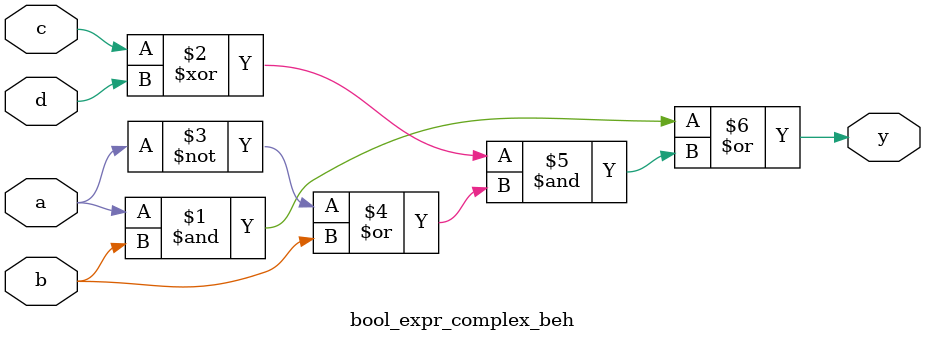
<source format=v>
module bool_expr_complex_beh(input a, input b, input c, input d, output y);
    assign y = (a & b) | (c ^ d) & (~a | b);
endmodule
</source>
